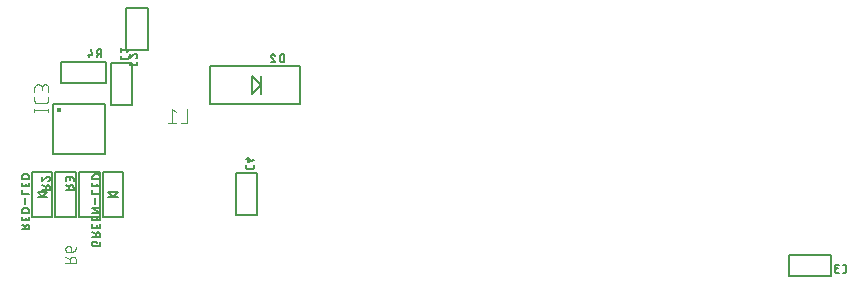
<source format=gbr>
G04 EAGLE Gerber RS-274X export*
G75*
%MOMM*%
%FSLAX34Y34*%
%LPD*%
%INSilkscreen Bottom*%
%IPPOS*%
%AMOC8*
5,1,8,0,0,1.08239X$1,22.5*%
G01*
%ADD10C,0.101600*%
%ADD11C,0.203200*%
%ADD12C,0.152400*%
%ADD13C,0.127000*%
%ADD14C,0.447213*%


D10*
X3312542Y312642D02*
X3312542Y300958D01*
X3307349Y300958D01*
X3303040Y310046D02*
X3299794Y312642D01*
X3299794Y300958D01*
X3296549Y300958D02*
X3303040Y300958D01*
X3218338Y182403D02*
X3209448Y182403D01*
X3218338Y182403D02*
X3218338Y184873D01*
X3218336Y184971D01*
X3218330Y185069D01*
X3218320Y185167D01*
X3218307Y185264D01*
X3218289Y185361D01*
X3218268Y185457D01*
X3218243Y185551D01*
X3218214Y185645D01*
X3218182Y185738D01*
X3218145Y185829D01*
X3218106Y185919D01*
X3218062Y186007D01*
X3218015Y186093D01*
X3217965Y186178D01*
X3217912Y186260D01*
X3217855Y186340D01*
X3217795Y186418D01*
X3217732Y186493D01*
X3217666Y186566D01*
X3217597Y186636D01*
X3217526Y186703D01*
X3217452Y186768D01*
X3217375Y186829D01*
X3217296Y186888D01*
X3217215Y186943D01*
X3217132Y186995D01*
X3217046Y187043D01*
X3216959Y187088D01*
X3216870Y187130D01*
X3216780Y187168D01*
X3216688Y187202D01*
X3216595Y187233D01*
X3216500Y187260D01*
X3216405Y187283D01*
X3216308Y187303D01*
X3216212Y187318D01*
X3216114Y187330D01*
X3216016Y187338D01*
X3215918Y187342D01*
X3215820Y187342D01*
X3215722Y187338D01*
X3215624Y187330D01*
X3215526Y187318D01*
X3215430Y187303D01*
X3215333Y187283D01*
X3215238Y187260D01*
X3215143Y187233D01*
X3215050Y187202D01*
X3214958Y187168D01*
X3214868Y187130D01*
X3214779Y187088D01*
X3214692Y187043D01*
X3214606Y186995D01*
X3214523Y186943D01*
X3214442Y186888D01*
X3214363Y186829D01*
X3214286Y186768D01*
X3214212Y186703D01*
X3214141Y186636D01*
X3214072Y186566D01*
X3214006Y186493D01*
X3213943Y186418D01*
X3213883Y186340D01*
X3213826Y186260D01*
X3213773Y186178D01*
X3213723Y186093D01*
X3213676Y186007D01*
X3213632Y185919D01*
X3213593Y185829D01*
X3213556Y185738D01*
X3213524Y185645D01*
X3213495Y185551D01*
X3213470Y185457D01*
X3213449Y185361D01*
X3213431Y185264D01*
X3213418Y185167D01*
X3213408Y185069D01*
X3213402Y184971D01*
X3213400Y184873D01*
X3213399Y184873D02*
X3213399Y182403D01*
X3213399Y185367D02*
X3209448Y187342D01*
X3214387Y191253D02*
X3214387Y194216D01*
X3214385Y194302D01*
X3214379Y194388D01*
X3214370Y194474D01*
X3214357Y194559D01*
X3214340Y194644D01*
X3214320Y194727D01*
X3214296Y194810D01*
X3214268Y194892D01*
X3214237Y194972D01*
X3214202Y195051D01*
X3214164Y195128D01*
X3214122Y195204D01*
X3214078Y195278D01*
X3214030Y195349D01*
X3213979Y195419D01*
X3213925Y195486D01*
X3213868Y195551D01*
X3213808Y195613D01*
X3213746Y195673D01*
X3213681Y195730D01*
X3213614Y195784D01*
X3213544Y195835D01*
X3213473Y195883D01*
X3213399Y195927D01*
X3213323Y195969D01*
X3213246Y196007D01*
X3213167Y196042D01*
X3213087Y196073D01*
X3213005Y196101D01*
X3212922Y196125D01*
X3212839Y196145D01*
X3212754Y196162D01*
X3212669Y196175D01*
X3212583Y196184D01*
X3212497Y196190D01*
X3212411Y196192D01*
X3211917Y196192D01*
X3211819Y196190D01*
X3211721Y196184D01*
X3211623Y196174D01*
X3211526Y196161D01*
X3211429Y196143D01*
X3211333Y196122D01*
X3211239Y196097D01*
X3211145Y196068D01*
X3211052Y196036D01*
X3210961Y195999D01*
X3210871Y195960D01*
X3210783Y195916D01*
X3210697Y195869D01*
X3210612Y195819D01*
X3210530Y195766D01*
X3210450Y195709D01*
X3210372Y195649D01*
X3210297Y195586D01*
X3210224Y195520D01*
X3210154Y195451D01*
X3210087Y195380D01*
X3210022Y195306D01*
X3209961Y195229D01*
X3209902Y195150D01*
X3209847Y195069D01*
X3209795Y194986D01*
X3209747Y194900D01*
X3209702Y194813D01*
X3209660Y194724D01*
X3209622Y194634D01*
X3209588Y194542D01*
X3209557Y194449D01*
X3209530Y194354D01*
X3209507Y194259D01*
X3209487Y194162D01*
X3209472Y194066D01*
X3209460Y193968D01*
X3209452Y193870D01*
X3209448Y193772D01*
X3209448Y193674D01*
X3209452Y193576D01*
X3209460Y193478D01*
X3209472Y193380D01*
X3209487Y193284D01*
X3209507Y193187D01*
X3209530Y193092D01*
X3209557Y192997D01*
X3209588Y192904D01*
X3209622Y192812D01*
X3209660Y192722D01*
X3209702Y192633D01*
X3209747Y192546D01*
X3209795Y192460D01*
X3209847Y192377D01*
X3209902Y192296D01*
X3209961Y192217D01*
X3210022Y192140D01*
X3210087Y192066D01*
X3210154Y191995D01*
X3210224Y191926D01*
X3210297Y191860D01*
X3210372Y191797D01*
X3210450Y191737D01*
X3210530Y191680D01*
X3210612Y191627D01*
X3210697Y191577D01*
X3210783Y191530D01*
X3210871Y191486D01*
X3210961Y191447D01*
X3211052Y191410D01*
X3211145Y191378D01*
X3211239Y191349D01*
X3211333Y191324D01*
X3211429Y191303D01*
X3211526Y191285D01*
X3211623Y191272D01*
X3211721Y191262D01*
X3211819Y191256D01*
X3211917Y191254D01*
X3211917Y191253D02*
X3214387Y191253D01*
X3214511Y191255D01*
X3214635Y191261D01*
X3214759Y191271D01*
X3214882Y191284D01*
X3215005Y191302D01*
X3215127Y191323D01*
X3215249Y191348D01*
X3215370Y191377D01*
X3215489Y191410D01*
X3215608Y191446D01*
X3215725Y191487D01*
X3215841Y191530D01*
X3215956Y191578D01*
X3216069Y191629D01*
X3216181Y191684D01*
X3216290Y191742D01*
X3216398Y191803D01*
X3216504Y191868D01*
X3216608Y191936D01*
X3216709Y192008D01*
X3216809Y192082D01*
X3216905Y192160D01*
X3217000Y192240D01*
X3217092Y192324D01*
X3217181Y192410D01*
X3217267Y192499D01*
X3217351Y192591D01*
X3217431Y192686D01*
X3217509Y192782D01*
X3217583Y192882D01*
X3217655Y192983D01*
X3217723Y193087D01*
X3217788Y193193D01*
X3217849Y193301D01*
X3217907Y193410D01*
X3217962Y193522D01*
X3218013Y193635D01*
X3218061Y193750D01*
X3218104Y193866D01*
X3218145Y193983D01*
X3218181Y194102D01*
X3218214Y194221D01*
X3218243Y194342D01*
X3218268Y194464D01*
X3218289Y194586D01*
X3218307Y194709D01*
X3218320Y194832D01*
X3218330Y194956D01*
X3218336Y195080D01*
X3218338Y195204D01*
D11*
X3190000Y238000D02*
X3186000Y238000D01*
X3190000Y238000D02*
X3194000Y238000D01*
X3190000Y238000D02*
X3186000Y242000D01*
X3194000Y242000D01*
X3190000Y238000D01*
X3198500Y259000D02*
X3181500Y259000D01*
X3181500Y221000D01*
X3198500Y221000D01*
X3198500Y259000D01*
D12*
X3179078Y210756D02*
X3172474Y210756D01*
X3179078Y210756D02*
X3179078Y212590D01*
X3179076Y212675D01*
X3179070Y212759D01*
X3179060Y212843D01*
X3179047Y212927D01*
X3179029Y213010D01*
X3179008Y213092D01*
X3178983Y213173D01*
X3178954Y213253D01*
X3178922Y213331D01*
X3178886Y213407D01*
X3178846Y213482D01*
X3178803Y213555D01*
X3178757Y213626D01*
X3178708Y213695D01*
X3178655Y213762D01*
X3178599Y213826D01*
X3178541Y213887D01*
X3178480Y213945D01*
X3178416Y214001D01*
X3178349Y214054D01*
X3178280Y214103D01*
X3178209Y214149D01*
X3178136Y214192D01*
X3178061Y214232D01*
X3177985Y214268D01*
X3177907Y214300D01*
X3177827Y214329D01*
X3177746Y214354D01*
X3177664Y214375D01*
X3177581Y214393D01*
X3177497Y214406D01*
X3177413Y214416D01*
X3177329Y214422D01*
X3177244Y214424D01*
X3177159Y214422D01*
X3177075Y214416D01*
X3176991Y214406D01*
X3176907Y214393D01*
X3176824Y214375D01*
X3176742Y214354D01*
X3176661Y214329D01*
X3176581Y214300D01*
X3176503Y214268D01*
X3176427Y214232D01*
X3176352Y214192D01*
X3176279Y214149D01*
X3176208Y214103D01*
X3176139Y214054D01*
X3176072Y214001D01*
X3176008Y213945D01*
X3175947Y213887D01*
X3175889Y213826D01*
X3175833Y213762D01*
X3175780Y213695D01*
X3175731Y213626D01*
X3175685Y213555D01*
X3175642Y213482D01*
X3175602Y213407D01*
X3175566Y213331D01*
X3175534Y213253D01*
X3175505Y213173D01*
X3175480Y213092D01*
X3175459Y213010D01*
X3175441Y212927D01*
X3175428Y212843D01*
X3175418Y212759D01*
X3175412Y212675D01*
X3175410Y212590D01*
X3175409Y212590D02*
X3175409Y210756D01*
X3175409Y212957D02*
X3172474Y214425D01*
X3172474Y218260D02*
X3172474Y221196D01*
X3172474Y218260D02*
X3179078Y218260D01*
X3179078Y221196D01*
X3176143Y220462D02*
X3176143Y218260D01*
X3179078Y224576D02*
X3172474Y224576D01*
X3179078Y224576D02*
X3179078Y226411D01*
X3179076Y226496D01*
X3179070Y226580D01*
X3179060Y226664D01*
X3179047Y226748D01*
X3179029Y226831D01*
X3179008Y226913D01*
X3178983Y226994D01*
X3178954Y227074D01*
X3178922Y227152D01*
X3178886Y227228D01*
X3178846Y227303D01*
X3178803Y227376D01*
X3178757Y227447D01*
X3178708Y227516D01*
X3178655Y227583D01*
X3178599Y227647D01*
X3178541Y227708D01*
X3178480Y227766D01*
X3178416Y227822D01*
X3178349Y227875D01*
X3178280Y227924D01*
X3178209Y227970D01*
X3178136Y228013D01*
X3178061Y228053D01*
X3177985Y228089D01*
X3177907Y228121D01*
X3177827Y228150D01*
X3177746Y228175D01*
X3177664Y228196D01*
X3177581Y228214D01*
X3177497Y228227D01*
X3177413Y228237D01*
X3177329Y228243D01*
X3177244Y228245D01*
X3174308Y228245D01*
X3174223Y228243D01*
X3174139Y228237D01*
X3174055Y228227D01*
X3173971Y228214D01*
X3173888Y228196D01*
X3173806Y228175D01*
X3173725Y228150D01*
X3173645Y228121D01*
X3173567Y228089D01*
X3173491Y228053D01*
X3173416Y228013D01*
X3173343Y227970D01*
X3173272Y227924D01*
X3173203Y227875D01*
X3173136Y227822D01*
X3173072Y227766D01*
X3173011Y227708D01*
X3172953Y227647D01*
X3172897Y227583D01*
X3172844Y227516D01*
X3172795Y227447D01*
X3172749Y227376D01*
X3172706Y227303D01*
X3172666Y227228D01*
X3172630Y227152D01*
X3172598Y227074D01*
X3172569Y226994D01*
X3172544Y226913D01*
X3172523Y226831D01*
X3172505Y226748D01*
X3172492Y226664D01*
X3172482Y226580D01*
X3172476Y226496D01*
X3172474Y226411D01*
X3172474Y224576D01*
X3175042Y232256D02*
X3175042Y236659D01*
X3172474Y240694D02*
X3179078Y240694D01*
X3172474Y240694D02*
X3172474Y243629D01*
X3172474Y247033D02*
X3172474Y249969D01*
X3172474Y247033D02*
X3179078Y247033D01*
X3179078Y249969D01*
X3176143Y249235D02*
X3176143Y247033D01*
X3179078Y253349D02*
X3172474Y253349D01*
X3179078Y253349D02*
X3179078Y255184D01*
X3179076Y255269D01*
X3179070Y255353D01*
X3179060Y255437D01*
X3179047Y255521D01*
X3179029Y255604D01*
X3179008Y255686D01*
X3178983Y255767D01*
X3178954Y255847D01*
X3178922Y255925D01*
X3178886Y256001D01*
X3178846Y256076D01*
X3178803Y256149D01*
X3178757Y256220D01*
X3178708Y256289D01*
X3178655Y256356D01*
X3178599Y256420D01*
X3178541Y256481D01*
X3178480Y256539D01*
X3178416Y256595D01*
X3178349Y256648D01*
X3178280Y256697D01*
X3178209Y256743D01*
X3178136Y256786D01*
X3178061Y256826D01*
X3177985Y256862D01*
X3177907Y256894D01*
X3177827Y256923D01*
X3177746Y256948D01*
X3177664Y256969D01*
X3177581Y256987D01*
X3177497Y257000D01*
X3177413Y257010D01*
X3177329Y257016D01*
X3177244Y257018D01*
X3174308Y257018D01*
X3174223Y257016D01*
X3174139Y257010D01*
X3174055Y257000D01*
X3173971Y256987D01*
X3173888Y256969D01*
X3173806Y256948D01*
X3173725Y256923D01*
X3173645Y256894D01*
X3173567Y256862D01*
X3173491Y256826D01*
X3173416Y256786D01*
X3173343Y256743D01*
X3173272Y256697D01*
X3173203Y256648D01*
X3173136Y256595D01*
X3173072Y256539D01*
X3173011Y256481D01*
X3172953Y256420D01*
X3172897Y256356D01*
X3172844Y256289D01*
X3172795Y256220D01*
X3172749Y256149D01*
X3172706Y256076D01*
X3172666Y256001D01*
X3172630Y255925D01*
X3172598Y255847D01*
X3172569Y255767D01*
X3172544Y255686D01*
X3172523Y255604D01*
X3172505Y255521D01*
X3172492Y255437D01*
X3172482Y255353D01*
X3172476Y255269D01*
X3172474Y255184D01*
X3172474Y253349D01*
D11*
X3246000Y238000D02*
X3250000Y238000D01*
X3254000Y238000D01*
X3250000Y238000D02*
X3246000Y242000D01*
X3254000Y242000D01*
X3250000Y238000D01*
X3258500Y259000D02*
X3241500Y259000D01*
X3241500Y221000D01*
X3258500Y221000D01*
X3258500Y259000D01*
D12*
X3236143Y200203D02*
X3236143Y199103D01*
X3236143Y200203D02*
X3232474Y200203D01*
X3232474Y198002D01*
X3232476Y197928D01*
X3232482Y197853D01*
X3232491Y197780D01*
X3232504Y197706D01*
X3232521Y197634D01*
X3232541Y197563D01*
X3232565Y197492D01*
X3232593Y197423D01*
X3232624Y197356D01*
X3232658Y197290D01*
X3232696Y197225D01*
X3232737Y197163D01*
X3232781Y197103D01*
X3232828Y197046D01*
X3232878Y196991D01*
X3232931Y196938D01*
X3232986Y196888D01*
X3233043Y196841D01*
X3233103Y196797D01*
X3233165Y196756D01*
X3233230Y196718D01*
X3233296Y196684D01*
X3233363Y196653D01*
X3233432Y196625D01*
X3233503Y196601D01*
X3233574Y196581D01*
X3233646Y196564D01*
X3233720Y196551D01*
X3233793Y196542D01*
X3233868Y196536D01*
X3233942Y196534D01*
X3233942Y196535D02*
X3237610Y196535D01*
X3237610Y196534D02*
X3237684Y196536D01*
X3237759Y196542D01*
X3237832Y196551D01*
X3237906Y196564D01*
X3237978Y196581D01*
X3238049Y196601D01*
X3238120Y196625D01*
X3238189Y196653D01*
X3238256Y196684D01*
X3238322Y196718D01*
X3238387Y196756D01*
X3238449Y196797D01*
X3238509Y196841D01*
X3238566Y196888D01*
X3238621Y196938D01*
X3238674Y196991D01*
X3238724Y197046D01*
X3238771Y197103D01*
X3238815Y197163D01*
X3238856Y197225D01*
X3238894Y197290D01*
X3238928Y197355D01*
X3238959Y197423D01*
X3238987Y197492D01*
X3239011Y197563D01*
X3239031Y197634D01*
X3239048Y197706D01*
X3239061Y197780D01*
X3239070Y197853D01*
X3239076Y197928D01*
X3239078Y198002D01*
X3239078Y200203D01*
X3239078Y204416D02*
X3232474Y204416D01*
X3239078Y204416D02*
X3239078Y206251D01*
X3239076Y206336D01*
X3239070Y206420D01*
X3239060Y206504D01*
X3239047Y206588D01*
X3239029Y206671D01*
X3239008Y206753D01*
X3238983Y206834D01*
X3238954Y206914D01*
X3238922Y206992D01*
X3238886Y207068D01*
X3238846Y207143D01*
X3238803Y207216D01*
X3238757Y207287D01*
X3238708Y207356D01*
X3238655Y207423D01*
X3238599Y207487D01*
X3238541Y207548D01*
X3238480Y207606D01*
X3238416Y207662D01*
X3238349Y207715D01*
X3238280Y207764D01*
X3238209Y207810D01*
X3238136Y207853D01*
X3238061Y207893D01*
X3237985Y207929D01*
X3237907Y207961D01*
X3237827Y207990D01*
X3237746Y208015D01*
X3237664Y208036D01*
X3237581Y208054D01*
X3237497Y208067D01*
X3237413Y208077D01*
X3237329Y208083D01*
X3237244Y208085D01*
X3237159Y208083D01*
X3237075Y208077D01*
X3236991Y208067D01*
X3236907Y208054D01*
X3236824Y208036D01*
X3236742Y208015D01*
X3236661Y207990D01*
X3236581Y207961D01*
X3236503Y207929D01*
X3236427Y207893D01*
X3236352Y207853D01*
X3236279Y207810D01*
X3236208Y207764D01*
X3236139Y207715D01*
X3236072Y207662D01*
X3236008Y207606D01*
X3235947Y207548D01*
X3235889Y207487D01*
X3235833Y207423D01*
X3235780Y207356D01*
X3235731Y207287D01*
X3235685Y207216D01*
X3235642Y207143D01*
X3235602Y207068D01*
X3235566Y206992D01*
X3235534Y206914D01*
X3235505Y206834D01*
X3235480Y206753D01*
X3235459Y206671D01*
X3235441Y206588D01*
X3235428Y206504D01*
X3235418Y206420D01*
X3235412Y206336D01*
X3235410Y206251D01*
X3235409Y206251D02*
X3235409Y204416D01*
X3235409Y206618D02*
X3232474Y208085D01*
X3232474Y211921D02*
X3232474Y214856D01*
X3232474Y211921D02*
X3239078Y211921D01*
X3239078Y214856D01*
X3236143Y214122D02*
X3236143Y211921D01*
X3232474Y218260D02*
X3232474Y221196D01*
X3232474Y218260D02*
X3239078Y218260D01*
X3239078Y221196D01*
X3236143Y220462D02*
X3236143Y218260D01*
X3239078Y224576D02*
X3232474Y224576D01*
X3232474Y228245D02*
X3239078Y224576D01*
X3239078Y228245D02*
X3232474Y228245D01*
X3235042Y232256D02*
X3235042Y236659D01*
X3232474Y240694D02*
X3239078Y240694D01*
X3232474Y240694D02*
X3232474Y243629D01*
X3232474Y247033D02*
X3232474Y249969D01*
X3232474Y247033D02*
X3239078Y247033D01*
X3239078Y249969D01*
X3236143Y249235D02*
X3236143Y247033D01*
X3239078Y253349D02*
X3232474Y253349D01*
X3239078Y253349D02*
X3239078Y255184D01*
X3239076Y255269D01*
X3239070Y255353D01*
X3239060Y255437D01*
X3239047Y255521D01*
X3239029Y255604D01*
X3239008Y255686D01*
X3238983Y255767D01*
X3238954Y255847D01*
X3238922Y255925D01*
X3238886Y256001D01*
X3238846Y256076D01*
X3238803Y256149D01*
X3238757Y256220D01*
X3238708Y256289D01*
X3238655Y256356D01*
X3238599Y256420D01*
X3238541Y256481D01*
X3238480Y256539D01*
X3238416Y256595D01*
X3238349Y256648D01*
X3238280Y256697D01*
X3238209Y256743D01*
X3238136Y256786D01*
X3238061Y256826D01*
X3237985Y256862D01*
X3237907Y256894D01*
X3237827Y256923D01*
X3237746Y256948D01*
X3237664Y256969D01*
X3237581Y256987D01*
X3237497Y257000D01*
X3237413Y257010D01*
X3237329Y257016D01*
X3237244Y257018D01*
X3234308Y257018D01*
X3234223Y257016D01*
X3234139Y257010D01*
X3234055Y257000D01*
X3233971Y256987D01*
X3233888Y256969D01*
X3233806Y256948D01*
X3233725Y256923D01*
X3233645Y256894D01*
X3233567Y256862D01*
X3233491Y256826D01*
X3233416Y256786D01*
X3233343Y256743D01*
X3233272Y256697D01*
X3233203Y256648D01*
X3233136Y256595D01*
X3233072Y256539D01*
X3233011Y256481D01*
X3232953Y256420D01*
X3232897Y256356D01*
X3232844Y256289D01*
X3232795Y256220D01*
X3232749Y256149D01*
X3232706Y256076D01*
X3232666Y256001D01*
X3232630Y255925D01*
X3232598Y255847D01*
X3232569Y255767D01*
X3232544Y255686D01*
X3232523Y255604D01*
X3232505Y255521D01*
X3232492Y255437D01*
X3232482Y255353D01*
X3232476Y255269D01*
X3232474Y255184D01*
X3232474Y253349D01*
D11*
X3201110Y259050D02*
X3201110Y220950D01*
X3218890Y220950D01*
X3218890Y259050D01*
X3201110Y259050D01*
D12*
X3196538Y244208D02*
X3189934Y244208D01*
X3196538Y244208D02*
X3196538Y246042D01*
X3196536Y246127D01*
X3196530Y246211D01*
X3196520Y246295D01*
X3196507Y246379D01*
X3196489Y246462D01*
X3196468Y246544D01*
X3196443Y246625D01*
X3196414Y246705D01*
X3196382Y246783D01*
X3196346Y246859D01*
X3196306Y246934D01*
X3196263Y247007D01*
X3196217Y247078D01*
X3196168Y247147D01*
X3196115Y247214D01*
X3196059Y247278D01*
X3196001Y247339D01*
X3195940Y247397D01*
X3195876Y247453D01*
X3195809Y247506D01*
X3195740Y247555D01*
X3195669Y247601D01*
X3195596Y247644D01*
X3195521Y247684D01*
X3195445Y247720D01*
X3195367Y247752D01*
X3195287Y247781D01*
X3195206Y247806D01*
X3195124Y247827D01*
X3195041Y247845D01*
X3194957Y247858D01*
X3194873Y247868D01*
X3194789Y247874D01*
X3194704Y247876D01*
X3194619Y247874D01*
X3194535Y247868D01*
X3194451Y247858D01*
X3194367Y247845D01*
X3194284Y247827D01*
X3194202Y247806D01*
X3194121Y247781D01*
X3194041Y247752D01*
X3193963Y247720D01*
X3193887Y247684D01*
X3193812Y247644D01*
X3193739Y247601D01*
X3193668Y247555D01*
X3193599Y247506D01*
X3193532Y247453D01*
X3193468Y247397D01*
X3193407Y247339D01*
X3193349Y247278D01*
X3193293Y247214D01*
X3193240Y247147D01*
X3193191Y247078D01*
X3193145Y247007D01*
X3193102Y246934D01*
X3193062Y246859D01*
X3193026Y246783D01*
X3192994Y246705D01*
X3192965Y246625D01*
X3192940Y246544D01*
X3192919Y246462D01*
X3192901Y246379D01*
X3192888Y246295D01*
X3192878Y246211D01*
X3192872Y246127D01*
X3192870Y246042D01*
X3192869Y246042D02*
X3192869Y244208D01*
X3192869Y246409D02*
X3189934Y247877D01*
X3196538Y253462D02*
X3196536Y253541D01*
X3196531Y253619D01*
X3196521Y253697D01*
X3196508Y253774D01*
X3196491Y253851D01*
X3196471Y253927D01*
X3196447Y254002D01*
X3196420Y254076D01*
X3196389Y254148D01*
X3196354Y254219D01*
X3196317Y254288D01*
X3196276Y254355D01*
X3196232Y254420D01*
X3196185Y254483D01*
X3196135Y254543D01*
X3196082Y254601D01*
X3196026Y254657D01*
X3195968Y254710D01*
X3195908Y254760D01*
X3195845Y254807D01*
X3195780Y254851D01*
X3195713Y254892D01*
X3195644Y254929D01*
X3195573Y254964D01*
X3195501Y254995D01*
X3195427Y255022D01*
X3195352Y255046D01*
X3195276Y255066D01*
X3195199Y255083D01*
X3195122Y255096D01*
X3195044Y255106D01*
X3194966Y255111D01*
X3194887Y255113D01*
X3196538Y253462D02*
X3196536Y253373D01*
X3196531Y253284D01*
X3196521Y253196D01*
X3196508Y253108D01*
X3196492Y253021D01*
X3196471Y252934D01*
X3196447Y252849D01*
X3196420Y252764D01*
X3196389Y252681D01*
X3196354Y252599D01*
X3196316Y252518D01*
X3196275Y252439D01*
X3196231Y252363D01*
X3196183Y252287D01*
X3196132Y252214D01*
X3196079Y252144D01*
X3196022Y252075D01*
X3195962Y252009D01*
X3195900Y251946D01*
X3195835Y251885D01*
X3195768Y251827D01*
X3195698Y251772D01*
X3195626Y251719D01*
X3195552Y251670D01*
X3195476Y251624D01*
X3195398Y251582D01*
X3195318Y251542D01*
X3195237Y251506D01*
X3195154Y251473D01*
X3195070Y251444D01*
X3193603Y254563D02*
X3193659Y254619D01*
X3193718Y254673D01*
X3193779Y254724D01*
X3193843Y254773D01*
X3193908Y254818D01*
X3193976Y254861D01*
X3194045Y254900D01*
X3194116Y254937D01*
X3194189Y254970D01*
X3194263Y254999D01*
X3194338Y255026D01*
X3194414Y255049D01*
X3194492Y255068D01*
X3194570Y255084D01*
X3194648Y255097D01*
X3194728Y255106D01*
X3194807Y255111D01*
X3194887Y255113D01*
X3193603Y254563D02*
X3189934Y251444D01*
X3189934Y255113D01*
D11*
X3221110Y259050D02*
X3221110Y220950D01*
X3238890Y220950D01*
X3238890Y259050D01*
X3221110Y259050D01*
D12*
X3216538Y244208D02*
X3209934Y244208D01*
X3216538Y244208D02*
X3216538Y246042D01*
X3216536Y246127D01*
X3216530Y246211D01*
X3216520Y246295D01*
X3216507Y246379D01*
X3216489Y246462D01*
X3216468Y246544D01*
X3216443Y246625D01*
X3216414Y246705D01*
X3216382Y246783D01*
X3216346Y246859D01*
X3216306Y246934D01*
X3216263Y247007D01*
X3216217Y247078D01*
X3216168Y247147D01*
X3216115Y247214D01*
X3216059Y247278D01*
X3216001Y247339D01*
X3215940Y247397D01*
X3215876Y247453D01*
X3215809Y247506D01*
X3215740Y247555D01*
X3215669Y247601D01*
X3215596Y247644D01*
X3215521Y247684D01*
X3215445Y247720D01*
X3215367Y247752D01*
X3215287Y247781D01*
X3215206Y247806D01*
X3215124Y247827D01*
X3215041Y247845D01*
X3214957Y247858D01*
X3214873Y247868D01*
X3214789Y247874D01*
X3214704Y247876D01*
X3214619Y247874D01*
X3214535Y247868D01*
X3214451Y247858D01*
X3214367Y247845D01*
X3214284Y247827D01*
X3214202Y247806D01*
X3214121Y247781D01*
X3214041Y247752D01*
X3213963Y247720D01*
X3213887Y247684D01*
X3213812Y247644D01*
X3213739Y247601D01*
X3213668Y247555D01*
X3213599Y247506D01*
X3213532Y247453D01*
X3213468Y247397D01*
X3213407Y247339D01*
X3213349Y247278D01*
X3213293Y247214D01*
X3213240Y247147D01*
X3213191Y247078D01*
X3213145Y247007D01*
X3213102Y246934D01*
X3213062Y246859D01*
X3213026Y246783D01*
X3212994Y246705D01*
X3212965Y246625D01*
X3212940Y246544D01*
X3212919Y246462D01*
X3212901Y246379D01*
X3212888Y246295D01*
X3212878Y246211D01*
X3212872Y246127D01*
X3212870Y246042D01*
X3212869Y246042D02*
X3212869Y244208D01*
X3212869Y246409D02*
X3209934Y247877D01*
X3209934Y251444D02*
X3209934Y253279D01*
X3209936Y253364D01*
X3209942Y253448D01*
X3209952Y253532D01*
X3209965Y253616D01*
X3209983Y253699D01*
X3210004Y253781D01*
X3210029Y253862D01*
X3210058Y253942D01*
X3210090Y254020D01*
X3210126Y254096D01*
X3210166Y254171D01*
X3210209Y254244D01*
X3210255Y254315D01*
X3210304Y254384D01*
X3210357Y254451D01*
X3210413Y254515D01*
X3210471Y254576D01*
X3210532Y254634D01*
X3210596Y254690D01*
X3210663Y254743D01*
X3210732Y254792D01*
X3210803Y254838D01*
X3210876Y254881D01*
X3210951Y254921D01*
X3211027Y254957D01*
X3211105Y254989D01*
X3211185Y255018D01*
X3211266Y255043D01*
X3211348Y255064D01*
X3211431Y255082D01*
X3211515Y255095D01*
X3211599Y255105D01*
X3211683Y255111D01*
X3211768Y255113D01*
X3211853Y255111D01*
X3211937Y255105D01*
X3212021Y255095D01*
X3212105Y255082D01*
X3212188Y255064D01*
X3212270Y255043D01*
X3212351Y255018D01*
X3212431Y254989D01*
X3212509Y254957D01*
X3212585Y254921D01*
X3212660Y254881D01*
X3212733Y254838D01*
X3212804Y254792D01*
X3212873Y254743D01*
X3212940Y254690D01*
X3213004Y254634D01*
X3213065Y254576D01*
X3213123Y254515D01*
X3213179Y254451D01*
X3213232Y254384D01*
X3213281Y254315D01*
X3213327Y254244D01*
X3213370Y254171D01*
X3213410Y254096D01*
X3213446Y254020D01*
X3213478Y253942D01*
X3213507Y253862D01*
X3213532Y253781D01*
X3213553Y253699D01*
X3213571Y253616D01*
X3213584Y253532D01*
X3213594Y253448D01*
X3213600Y253364D01*
X3213602Y253279D01*
X3216538Y253645D02*
X3216538Y251444D01*
X3216538Y253645D02*
X3216536Y253721D01*
X3216530Y253796D01*
X3216521Y253871D01*
X3216507Y253945D01*
X3216490Y254019D01*
X3216468Y254091D01*
X3216444Y254163D01*
X3216415Y254233D01*
X3216383Y254301D01*
X3216348Y254368D01*
X3216309Y254433D01*
X3216266Y254496D01*
X3216221Y254556D01*
X3216173Y254614D01*
X3216121Y254670D01*
X3216067Y254722D01*
X3216010Y254772D01*
X3215951Y254819D01*
X3215890Y254863D01*
X3215826Y254904D01*
X3215760Y254941D01*
X3215692Y254975D01*
X3215623Y255005D01*
X3215552Y255032D01*
X3215480Y255055D01*
X3215407Y255074D01*
X3215333Y255089D01*
X3215258Y255101D01*
X3215183Y255109D01*
X3215108Y255113D01*
X3215032Y255113D01*
X3214957Y255109D01*
X3214882Y255101D01*
X3214807Y255089D01*
X3214733Y255074D01*
X3214660Y255055D01*
X3214588Y255032D01*
X3214517Y255005D01*
X3214448Y254975D01*
X3214380Y254941D01*
X3214314Y254904D01*
X3214250Y254863D01*
X3214189Y254819D01*
X3214130Y254772D01*
X3214073Y254722D01*
X3214019Y254670D01*
X3213967Y254614D01*
X3213919Y254556D01*
X3213874Y254496D01*
X3213831Y254433D01*
X3213792Y254368D01*
X3213757Y254301D01*
X3213725Y254233D01*
X3213696Y254163D01*
X3213672Y254091D01*
X3213650Y254019D01*
X3213633Y253945D01*
X3213619Y253871D01*
X3213610Y253796D01*
X3213604Y253721D01*
X3213602Y253645D01*
X3213603Y253645D02*
X3213603Y252178D01*
D11*
X3205450Y351790D02*
X3243550Y351790D01*
X3205450Y351790D02*
X3205450Y334010D01*
X3243550Y334010D01*
X3243550Y351790D01*
D12*
X3239613Y356362D02*
X3239613Y362966D01*
X3237779Y362966D01*
X3237694Y362964D01*
X3237610Y362958D01*
X3237526Y362948D01*
X3237442Y362935D01*
X3237359Y362917D01*
X3237277Y362896D01*
X3237196Y362871D01*
X3237116Y362842D01*
X3237038Y362810D01*
X3236962Y362774D01*
X3236887Y362734D01*
X3236814Y362691D01*
X3236743Y362645D01*
X3236674Y362596D01*
X3236607Y362543D01*
X3236543Y362487D01*
X3236482Y362429D01*
X3236424Y362368D01*
X3236368Y362304D01*
X3236315Y362237D01*
X3236266Y362168D01*
X3236220Y362097D01*
X3236177Y362024D01*
X3236137Y361949D01*
X3236101Y361873D01*
X3236069Y361795D01*
X3236040Y361715D01*
X3236015Y361634D01*
X3235994Y361552D01*
X3235976Y361469D01*
X3235963Y361385D01*
X3235953Y361301D01*
X3235947Y361217D01*
X3235945Y361132D01*
X3235947Y361047D01*
X3235953Y360963D01*
X3235963Y360879D01*
X3235976Y360795D01*
X3235994Y360712D01*
X3236015Y360630D01*
X3236040Y360549D01*
X3236069Y360469D01*
X3236101Y360391D01*
X3236137Y360315D01*
X3236177Y360240D01*
X3236220Y360167D01*
X3236266Y360096D01*
X3236315Y360027D01*
X3236368Y359960D01*
X3236424Y359896D01*
X3236482Y359835D01*
X3236543Y359777D01*
X3236607Y359721D01*
X3236674Y359668D01*
X3236743Y359619D01*
X3236814Y359573D01*
X3236887Y359530D01*
X3236962Y359490D01*
X3237038Y359454D01*
X3237116Y359422D01*
X3237196Y359393D01*
X3237277Y359368D01*
X3237359Y359347D01*
X3237442Y359329D01*
X3237526Y359316D01*
X3237610Y359306D01*
X3237694Y359300D01*
X3237779Y359298D01*
X3237779Y359297D02*
X3239613Y359297D01*
X3237412Y359297D02*
X3235944Y356362D01*
X3232377Y357830D02*
X3230909Y362966D01*
X3232377Y357830D02*
X3228708Y357830D01*
X3229808Y359297D02*
X3229808Y356362D01*
D11*
X3248100Y351600D02*
X3266100Y351600D01*
X3248100Y351600D02*
X3248100Y315600D01*
X3266100Y315600D01*
X3266100Y351600D01*
D12*
X3256592Y356150D02*
X3256592Y357617D01*
X3256592Y356150D02*
X3256594Y356076D01*
X3256600Y356001D01*
X3256609Y355928D01*
X3256622Y355854D01*
X3256639Y355782D01*
X3256659Y355711D01*
X3256683Y355640D01*
X3256711Y355571D01*
X3256742Y355504D01*
X3256776Y355438D01*
X3256814Y355373D01*
X3256855Y355311D01*
X3256899Y355251D01*
X3256946Y355194D01*
X3256996Y355139D01*
X3257049Y355086D01*
X3257104Y355036D01*
X3257161Y354989D01*
X3257221Y354945D01*
X3257283Y354904D01*
X3257348Y354866D01*
X3257414Y354832D01*
X3257481Y354801D01*
X3257550Y354773D01*
X3257621Y354749D01*
X3257692Y354729D01*
X3257764Y354712D01*
X3257838Y354699D01*
X3257911Y354690D01*
X3257986Y354684D01*
X3258060Y354682D01*
X3261728Y354682D01*
X3261802Y354684D01*
X3261877Y354690D01*
X3261950Y354699D01*
X3262024Y354712D01*
X3262096Y354729D01*
X3262167Y354749D01*
X3262238Y354773D01*
X3262307Y354801D01*
X3262374Y354832D01*
X3262440Y354866D01*
X3262505Y354904D01*
X3262567Y354945D01*
X3262627Y354989D01*
X3262684Y355036D01*
X3262739Y355086D01*
X3262792Y355139D01*
X3262842Y355194D01*
X3262889Y355251D01*
X3262933Y355311D01*
X3262974Y355373D01*
X3263012Y355438D01*
X3263046Y355503D01*
X3263077Y355571D01*
X3263105Y355640D01*
X3263129Y355711D01*
X3263149Y355782D01*
X3263166Y355854D01*
X3263179Y355928D01*
X3263188Y356001D01*
X3263194Y356076D01*
X3263196Y356150D01*
X3263196Y357617D01*
X3261728Y360814D02*
X3263196Y362648D01*
X3256592Y362648D01*
X3256592Y360814D02*
X3256592Y364482D01*
D11*
X3261100Y362200D02*
X3279100Y362200D01*
X3279100Y398200D01*
X3261100Y398200D01*
X3261100Y362200D01*
D12*
X3264004Y352253D02*
X3264004Y350785D01*
X3264006Y350711D01*
X3264012Y350636D01*
X3264021Y350563D01*
X3264034Y350489D01*
X3264051Y350417D01*
X3264071Y350346D01*
X3264095Y350275D01*
X3264123Y350206D01*
X3264154Y350139D01*
X3264188Y350073D01*
X3264226Y350008D01*
X3264267Y349946D01*
X3264311Y349886D01*
X3264358Y349829D01*
X3264408Y349774D01*
X3264461Y349721D01*
X3264516Y349671D01*
X3264573Y349624D01*
X3264633Y349580D01*
X3264695Y349539D01*
X3264760Y349501D01*
X3264826Y349467D01*
X3264893Y349436D01*
X3264962Y349408D01*
X3265033Y349384D01*
X3265104Y349364D01*
X3265176Y349347D01*
X3265250Y349334D01*
X3265323Y349325D01*
X3265398Y349319D01*
X3265472Y349317D01*
X3265472Y349318D02*
X3269140Y349318D01*
X3269140Y349317D02*
X3269214Y349319D01*
X3269289Y349325D01*
X3269362Y349334D01*
X3269436Y349347D01*
X3269508Y349364D01*
X3269579Y349384D01*
X3269650Y349408D01*
X3269719Y349436D01*
X3269786Y349467D01*
X3269852Y349501D01*
X3269917Y349539D01*
X3269979Y349580D01*
X3270039Y349624D01*
X3270096Y349671D01*
X3270151Y349721D01*
X3270204Y349774D01*
X3270254Y349829D01*
X3270301Y349886D01*
X3270345Y349946D01*
X3270386Y350008D01*
X3270424Y350073D01*
X3270458Y350138D01*
X3270489Y350206D01*
X3270517Y350275D01*
X3270541Y350346D01*
X3270561Y350417D01*
X3270578Y350489D01*
X3270591Y350563D01*
X3270600Y350636D01*
X3270606Y350711D01*
X3270608Y350785D01*
X3270608Y352253D01*
X3270608Y357467D02*
X3270606Y357546D01*
X3270601Y357624D01*
X3270591Y357702D01*
X3270578Y357779D01*
X3270561Y357856D01*
X3270541Y357932D01*
X3270517Y358007D01*
X3270490Y358081D01*
X3270459Y358153D01*
X3270424Y358224D01*
X3270387Y358293D01*
X3270346Y358360D01*
X3270302Y358425D01*
X3270255Y358488D01*
X3270205Y358548D01*
X3270152Y358606D01*
X3270096Y358662D01*
X3270038Y358715D01*
X3269978Y358765D01*
X3269915Y358812D01*
X3269850Y358856D01*
X3269783Y358897D01*
X3269714Y358934D01*
X3269643Y358969D01*
X3269571Y359000D01*
X3269497Y359027D01*
X3269422Y359051D01*
X3269346Y359071D01*
X3269269Y359088D01*
X3269192Y359101D01*
X3269114Y359111D01*
X3269036Y359116D01*
X3268957Y359118D01*
X3270608Y357467D02*
X3270606Y357378D01*
X3270601Y357289D01*
X3270591Y357201D01*
X3270578Y357113D01*
X3270562Y357026D01*
X3270541Y356939D01*
X3270517Y356854D01*
X3270490Y356769D01*
X3270459Y356686D01*
X3270424Y356604D01*
X3270386Y356523D01*
X3270345Y356444D01*
X3270301Y356368D01*
X3270253Y356292D01*
X3270202Y356219D01*
X3270149Y356149D01*
X3270092Y356080D01*
X3270032Y356014D01*
X3269970Y355951D01*
X3269905Y355890D01*
X3269838Y355832D01*
X3269768Y355777D01*
X3269696Y355724D01*
X3269622Y355675D01*
X3269546Y355629D01*
X3269468Y355587D01*
X3269388Y355547D01*
X3269307Y355511D01*
X3269224Y355478D01*
X3269140Y355449D01*
X3267673Y358568D02*
X3267729Y358624D01*
X3267788Y358678D01*
X3267849Y358729D01*
X3267913Y358778D01*
X3267978Y358823D01*
X3268046Y358866D01*
X3268115Y358905D01*
X3268186Y358942D01*
X3268259Y358975D01*
X3268333Y359004D01*
X3268408Y359031D01*
X3268484Y359054D01*
X3268562Y359073D01*
X3268640Y359089D01*
X3268718Y359102D01*
X3268798Y359111D01*
X3268877Y359116D01*
X3268957Y359118D01*
X3267673Y358568D02*
X3264004Y355449D01*
X3264004Y359118D01*
D11*
X3858000Y189000D02*
X3858000Y171000D01*
X3858000Y189000D02*
X3822000Y189000D01*
X3822000Y171000D01*
X3858000Y171000D01*
D12*
X3867947Y173904D02*
X3869415Y173904D01*
X3869489Y173906D01*
X3869564Y173912D01*
X3869637Y173921D01*
X3869711Y173934D01*
X3869783Y173951D01*
X3869854Y173971D01*
X3869925Y173995D01*
X3869994Y174023D01*
X3870062Y174054D01*
X3870127Y174088D01*
X3870192Y174126D01*
X3870254Y174167D01*
X3870314Y174211D01*
X3870371Y174258D01*
X3870426Y174308D01*
X3870479Y174361D01*
X3870529Y174416D01*
X3870576Y174473D01*
X3870620Y174533D01*
X3870661Y174595D01*
X3870699Y174660D01*
X3870733Y174726D01*
X3870764Y174793D01*
X3870792Y174862D01*
X3870816Y174933D01*
X3870836Y175004D01*
X3870853Y175077D01*
X3870866Y175150D01*
X3870875Y175224D01*
X3870881Y175298D01*
X3870883Y175372D01*
X3870882Y175372D02*
X3870882Y179040D01*
X3870883Y179040D02*
X3870881Y179114D01*
X3870875Y179189D01*
X3870866Y179262D01*
X3870853Y179335D01*
X3870836Y179408D01*
X3870816Y179479D01*
X3870792Y179550D01*
X3870764Y179619D01*
X3870733Y179686D01*
X3870699Y179752D01*
X3870661Y179817D01*
X3870620Y179879D01*
X3870576Y179939D01*
X3870529Y179996D01*
X3870479Y180051D01*
X3870426Y180104D01*
X3870371Y180154D01*
X3870314Y180201D01*
X3870254Y180245D01*
X3870192Y180286D01*
X3870127Y180324D01*
X3870062Y180358D01*
X3869994Y180389D01*
X3869925Y180417D01*
X3869855Y180441D01*
X3869783Y180461D01*
X3869711Y180478D01*
X3869637Y180491D01*
X3869564Y180500D01*
X3869489Y180506D01*
X3869415Y180508D01*
X3867947Y180508D01*
X3864751Y173904D02*
X3862916Y173904D01*
X3862831Y173906D01*
X3862747Y173912D01*
X3862663Y173922D01*
X3862579Y173935D01*
X3862496Y173953D01*
X3862414Y173974D01*
X3862333Y173999D01*
X3862253Y174028D01*
X3862175Y174060D01*
X3862099Y174096D01*
X3862024Y174136D01*
X3861951Y174179D01*
X3861880Y174225D01*
X3861811Y174274D01*
X3861744Y174327D01*
X3861680Y174383D01*
X3861619Y174441D01*
X3861561Y174502D01*
X3861505Y174566D01*
X3861452Y174633D01*
X3861403Y174702D01*
X3861357Y174773D01*
X3861314Y174846D01*
X3861274Y174921D01*
X3861238Y174997D01*
X3861206Y175075D01*
X3861177Y175155D01*
X3861152Y175236D01*
X3861131Y175318D01*
X3861113Y175401D01*
X3861100Y175485D01*
X3861090Y175569D01*
X3861084Y175653D01*
X3861082Y175738D01*
X3861084Y175823D01*
X3861090Y175907D01*
X3861100Y175991D01*
X3861113Y176075D01*
X3861131Y176158D01*
X3861152Y176240D01*
X3861177Y176321D01*
X3861206Y176401D01*
X3861238Y176479D01*
X3861274Y176555D01*
X3861314Y176630D01*
X3861357Y176703D01*
X3861403Y176774D01*
X3861452Y176843D01*
X3861505Y176910D01*
X3861561Y176974D01*
X3861619Y177035D01*
X3861680Y177093D01*
X3861744Y177149D01*
X3861811Y177202D01*
X3861880Y177251D01*
X3861951Y177297D01*
X3862024Y177340D01*
X3862099Y177380D01*
X3862175Y177416D01*
X3862253Y177448D01*
X3862333Y177477D01*
X3862414Y177502D01*
X3862496Y177523D01*
X3862579Y177541D01*
X3862663Y177554D01*
X3862747Y177564D01*
X3862831Y177570D01*
X3862916Y177572D01*
X3862550Y180508D02*
X3864751Y180508D01*
X3862550Y180508D02*
X3862474Y180506D01*
X3862399Y180500D01*
X3862324Y180491D01*
X3862250Y180477D01*
X3862176Y180460D01*
X3862104Y180438D01*
X3862032Y180414D01*
X3861962Y180385D01*
X3861894Y180353D01*
X3861827Y180318D01*
X3861762Y180279D01*
X3861699Y180236D01*
X3861639Y180191D01*
X3861581Y180143D01*
X3861525Y180091D01*
X3861473Y180037D01*
X3861423Y179980D01*
X3861376Y179921D01*
X3861332Y179860D01*
X3861291Y179796D01*
X3861254Y179730D01*
X3861220Y179662D01*
X3861190Y179593D01*
X3861163Y179522D01*
X3861140Y179450D01*
X3861121Y179377D01*
X3861106Y179303D01*
X3861094Y179228D01*
X3861086Y179153D01*
X3861082Y179078D01*
X3861082Y179002D01*
X3861086Y178927D01*
X3861094Y178852D01*
X3861106Y178777D01*
X3861121Y178703D01*
X3861140Y178630D01*
X3861163Y178558D01*
X3861190Y178487D01*
X3861220Y178418D01*
X3861254Y178350D01*
X3861291Y178284D01*
X3861332Y178220D01*
X3861376Y178159D01*
X3861423Y178100D01*
X3861473Y178043D01*
X3861525Y177989D01*
X3861581Y177937D01*
X3861639Y177889D01*
X3861699Y177844D01*
X3861762Y177801D01*
X3861827Y177762D01*
X3861894Y177727D01*
X3861962Y177695D01*
X3862032Y177666D01*
X3862104Y177642D01*
X3862176Y177620D01*
X3862250Y177603D01*
X3862324Y177589D01*
X3862399Y177580D01*
X3862474Y177574D01*
X3862550Y177572D01*
X3862550Y177573D02*
X3864017Y177573D01*
D11*
X3372200Y258600D02*
X3354200Y258600D01*
X3354200Y222600D01*
X3372200Y222600D01*
X3372200Y258600D01*
D12*
X3362692Y263150D02*
X3362692Y264617D01*
X3362692Y263150D02*
X3362694Y263076D01*
X3362700Y263001D01*
X3362709Y262928D01*
X3362722Y262854D01*
X3362739Y262782D01*
X3362759Y262711D01*
X3362783Y262640D01*
X3362811Y262571D01*
X3362842Y262504D01*
X3362876Y262438D01*
X3362914Y262373D01*
X3362955Y262311D01*
X3362999Y262251D01*
X3363046Y262194D01*
X3363096Y262139D01*
X3363149Y262086D01*
X3363204Y262036D01*
X3363261Y261989D01*
X3363321Y261945D01*
X3363383Y261904D01*
X3363448Y261866D01*
X3363514Y261832D01*
X3363581Y261801D01*
X3363650Y261773D01*
X3363721Y261749D01*
X3363792Y261729D01*
X3363864Y261712D01*
X3363938Y261699D01*
X3364011Y261690D01*
X3364086Y261684D01*
X3364160Y261682D01*
X3367828Y261682D01*
X3367902Y261684D01*
X3367977Y261690D01*
X3368050Y261699D01*
X3368124Y261712D01*
X3368196Y261729D01*
X3368267Y261749D01*
X3368338Y261773D01*
X3368407Y261801D01*
X3368474Y261832D01*
X3368540Y261866D01*
X3368605Y261904D01*
X3368667Y261945D01*
X3368727Y261989D01*
X3368784Y262036D01*
X3368839Y262086D01*
X3368892Y262139D01*
X3368942Y262194D01*
X3368989Y262251D01*
X3369033Y262311D01*
X3369074Y262373D01*
X3369112Y262438D01*
X3369146Y262503D01*
X3369177Y262571D01*
X3369205Y262640D01*
X3369229Y262711D01*
X3369249Y262782D01*
X3369266Y262854D01*
X3369279Y262928D01*
X3369288Y263001D01*
X3369294Y263076D01*
X3369296Y263150D01*
X3369296Y264617D01*
X3369296Y269281D02*
X3364160Y267814D01*
X3364160Y271482D01*
X3365627Y270382D02*
X3362692Y270382D01*
D13*
X3408190Y318560D02*
X3408190Y321040D01*
D11*
X3408190Y348500D01*
X3332140Y348500D01*
X3332140Y346440D01*
D13*
X3332140Y345865D01*
D11*
X3332140Y346440D02*
X3332140Y316500D01*
X3408190Y316500D01*
X3408190Y321040D01*
X3367760Y324880D02*
X3367760Y340120D01*
X3375380Y332500D02*
X3367760Y324880D01*
X3375380Y332500D02*
X3367760Y340120D01*
X3375380Y340120D02*
X3375380Y332500D01*
X3375380Y324880D01*
D12*
X3394938Y352312D02*
X3394938Y358916D01*
X3393104Y358916D01*
X3393019Y358914D01*
X3392935Y358908D01*
X3392851Y358898D01*
X3392767Y358885D01*
X3392684Y358867D01*
X3392602Y358846D01*
X3392521Y358821D01*
X3392441Y358792D01*
X3392363Y358760D01*
X3392287Y358724D01*
X3392212Y358684D01*
X3392139Y358641D01*
X3392068Y358595D01*
X3391999Y358546D01*
X3391932Y358493D01*
X3391868Y358437D01*
X3391807Y358379D01*
X3391749Y358318D01*
X3391693Y358254D01*
X3391640Y358187D01*
X3391591Y358118D01*
X3391545Y358047D01*
X3391502Y357974D01*
X3391462Y357899D01*
X3391426Y357823D01*
X3391394Y357745D01*
X3391365Y357665D01*
X3391340Y357584D01*
X3391319Y357502D01*
X3391301Y357419D01*
X3391288Y357335D01*
X3391278Y357251D01*
X3391272Y357167D01*
X3391270Y357082D01*
X3391269Y357082D02*
X3391269Y354146D01*
X3391270Y354146D02*
X3391272Y354061D01*
X3391278Y353977D01*
X3391288Y353893D01*
X3391301Y353809D01*
X3391319Y353726D01*
X3391340Y353644D01*
X3391365Y353563D01*
X3391394Y353483D01*
X3391426Y353405D01*
X3391462Y353329D01*
X3391502Y353254D01*
X3391545Y353181D01*
X3391591Y353110D01*
X3391640Y353041D01*
X3391693Y352974D01*
X3391749Y352910D01*
X3391807Y352849D01*
X3391868Y352791D01*
X3391932Y352735D01*
X3391999Y352682D01*
X3392068Y352633D01*
X3392139Y352587D01*
X3392212Y352544D01*
X3392287Y352504D01*
X3392363Y352468D01*
X3392441Y352436D01*
X3392521Y352407D01*
X3392602Y352382D01*
X3392684Y352361D01*
X3392767Y352343D01*
X3392851Y352330D01*
X3392935Y352320D01*
X3393019Y352314D01*
X3393104Y352312D01*
X3394938Y352312D01*
X3385361Y358916D02*
X3385282Y358914D01*
X3385204Y358909D01*
X3385126Y358899D01*
X3385049Y358886D01*
X3384972Y358869D01*
X3384896Y358849D01*
X3384821Y358825D01*
X3384747Y358798D01*
X3384675Y358767D01*
X3384604Y358732D01*
X3384536Y358695D01*
X3384468Y358654D01*
X3384403Y358610D01*
X3384340Y358563D01*
X3384280Y358513D01*
X3384222Y358460D01*
X3384166Y358404D01*
X3384113Y358346D01*
X3384063Y358286D01*
X3384016Y358223D01*
X3383972Y358158D01*
X3383931Y358091D01*
X3383894Y358022D01*
X3383859Y357951D01*
X3383828Y357879D01*
X3383801Y357805D01*
X3383777Y357730D01*
X3383757Y357654D01*
X3383740Y357577D01*
X3383727Y357500D01*
X3383717Y357422D01*
X3383712Y357344D01*
X3383710Y357265D01*
X3385361Y358916D02*
X3385450Y358914D01*
X3385539Y358909D01*
X3385627Y358899D01*
X3385715Y358886D01*
X3385802Y358870D01*
X3385889Y358849D01*
X3385974Y358825D01*
X3386059Y358798D01*
X3386142Y358767D01*
X3386224Y358732D01*
X3386305Y358694D01*
X3386384Y358653D01*
X3386460Y358609D01*
X3386536Y358561D01*
X3386609Y358510D01*
X3386679Y358457D01*
X3386748Y358400D01*
X3386814Y358340D01*
X3386877Y358278D01*
X3386938Y358213D01*
X3386996Y358146D01*
X3387051Y358076D01*
X3387104Y358004D01*
X3387153Y357930D01*
X3387199Y357854D01*
X3387241Y357776D01*
X3387281Y357696D01*
X3387317Y357615D01*
X3387350Y357532D01*
X3387379Y357448D01*
X3384260Y355981D02*
X3384204Y356037D01*
X3384150Y356096D01*
X3384099Y356157D01*
X3384050Y356221D01*
X3384005Y356286D01*
X3383962Y356354D01*
X3383923Y356423D01*
X3383886Y356494D01*
X3383853Y356567D01*
X3383824Y356641D01*
X3383797Y356716D01*
X3383774Y356792D01*
X3383755Y356870D01*
X3383739Y356948D01*
X3383726Y357026D01*
X3383717Y357106D01*
X3383712Y357185D01*
X3383710Y357265D01*
X3384260Y355981D02*
X3387379Y352312D01*
X3383710Y352312D01*
D13*
X3242900Y316700D02*
X3198900Y316700D01*
X3242900Y316700D02*
X3242900Y274700D01*
X3198900Y274700D01*
X3198900Y316700D01*
D14*
X3203900Y311700D03*
D10*
X3194992Y311377D02*
X3183308Y311377D01*
X3183308Y310079D02*
X3183308Y312676D01*
X3194992Y312676D02*
X3194992Y310079D01*
X3183308Y319839D02*
X3183308Y322436D01*
X3183308Y319839D02*
X3183310Y319740D01*
X3183316Y319640D01*
X3183325Y319541D01*
X3183338Y319443D01*
X3183355Y319345D01*
X3183376Y319247D01*
X3183401Y319151D01*
X3183429Y319056D01*
X3183461Y318962D01*
X3183496Y318869D01*
X3183535Y318777D01*
X3183578Y318687D01*
X3183623Y318599D01*
X3183673Y318512D01*
X3183725Y318428D01*
X3183781Y318345D01*
X3183839Y318265D01*
X3183901Y318187D01*
X3183966Y318112D01*
X3184034Y318039D01*
X3184104Y317969D01*
X3184177Y317901D01*
X3184252Y317836D01*
X3184330Y317774D01*
X3184410Y317716D01*
X3184493Y317660D01*
X3184577Y317608D01*
X3184664Y317558D01*
X3184752Y317513D01*
X3184842Y317470D01*
X3184934Y317431D01*
X3185027Y317396D01*
X3185121Y317364D01*
X3185216Y317336D01*
X3185312Y317311D01*
X3185410Y317290D01*
X3185508Y317273D01*
X3185606Y317260D01*
X3185705Y317251D01*
X3185805Y317245D01*
X3185904Y317243D01*
X3192396Y317243D01*
X3192495Y317245D01*
X3192595Y317251D01*
X3192694Y317260D01*
X3192792Y317273D01*
X3192890Y317290D01*
X3192988Y317311D01*
X3193084Y317336D01*
X3193179Y317364D01*
X3193273Y317396D01*
X3193366Y317431D01*
X3193458Y317470D01*
X3193548Y317513D01*
X3193636Y317558D01*
X3193723Y317608D01*
X3193807Y317660D01*
X3193890Y317716D01*
X3193970Y317774D01*
X3194048Y317836D01*
X3194123Y317901D01*
X3194196Y317969D01*
X3194266Y318039D01*
X3194334Y318112D01*
X3194399Y318187D01*
X3194461Y318265D01*
X3194519Y318345D01*
X3194575Y318428D01*
X3194627Y318512D01*
X3194677Y318599D01*
X3194722Y318687D01*
X3194765Y318777D01*
X3194804Y318869D01*
X3194839Y318961D01*
X3194871Y319056D01*
X3194899Y319151D01*
X3194924Y319247D01*
X3194945Y319345D01*
X3194962Y319443D01*
X3194975Y319541D01*
X3194984Y319640D01*
X3194990Y319740D01*
X3194992Y319839D01*
X3194992Y322436D01*
X3183308Y326801D02*
X3183308Y330046D01*
X3183310Y330159D01*
X3183316Y330272D01*
X3183326Y330385D01*
X3183340Y330498D01*
X3183357Y330610D01*
X3183379Y330721D01*
X3183404Y330831D01*
X3183434Y330941D01*
X3183467Y331049D01*
X3183504Y331156D01*
X3183544Y331262D01*
X3183589Y331366D01*
X3183637Y331469D01*
X3183688Y331570D01*
X3183743Y331669D01*
X3183801Y331766D01*
X3183863Y331861D01*
X3183928Y331954D01*
X3183996Y332044D01*
X3184067Y332132D01*
X3184142Y332218D01*
X3184219Y332301D01*
X3184299Y332381D01*
X3184382Y332458D01*
X3184468Y332533D01*
X3184556Y332604D01*
X3184646Y332672D01*
X3184739Y332737D01*
X3184834Y332799D01*
X3184931Y332857D01*
X3185030Y332912D01*
X3185131Y332963D01*
X3185234Y333011D01*
X3185338Y333056D01*
X3185444Y333096D01*
X3185551Y333133D01*
X3185659Y333166D01*
X3185769Y333196D01*
X3185879Y333221D01*
X3185990Y333243D01*
X3186102Y333260D01*
X3186215Y333274D01*
X3186328Y333284D01*
X3186441Y333290D01*
X3186554Y333292D01*
X3186667Y333290D01*
X3186780Y333284D01*
X3186893Y333274D01*
X3187006Y333260D01*
X3187118Y333243D01*
X3187229Y333221D01*
X3187339Y333196D01*
X3187449Y333166D01*
X3187557Y333133D01*
X3187664Y333096D01*
X3187770Y333056D01*
X3187874Y333011D01*
X3187977Y332963D01*
X3188078Y332912D01*
X3188177Y332857D01*
X3188274Y332799D01*
X3188369Y332737D01*
X3188462Y332672D01*
X3188552Y332604D01*
X3188640Y332533D01*
X3188726Y332458D01*
X3188809Y332381D01*
X3188889Y332301D01*
X3188966Y332218D01*
X3189041Y332132D01*
X3189112Y332044D01*
X3189180Y331954D01*
X3189245Y331861D01*
X3189307Y331766D01*
X3189365Y331669D01*
X3189420Y331570D01*
X3189471Y331469D01*
X3189519Y331366D01*
X3189564Y331262D01*
X3189604Y331156D01*
X3189641Y331049D01*
X3189674Y330941D01*
X3189704Y330831D01*
X3189729Y330721D01*
X3189751Y330610D01*
X3189768Y330498D01*
X3189782Y330385D01*
X3189792Y330272D01*
X3189798Y330159D01*
X3189800Y330046D01*
X3194992Y330696D02*
X3194992Y326801D01*
X3194992Y330696D02*
X3194990Y330797D01*
X3194984Y330897D01*
X3194974Y330997D01*
X3194961Y331097D01*
X3194943Y331196D01*
X3194922Y331295D01*
X3194897Y331392D01*
X3194868Y331489D01*
X3194835Y331584D01*
X3194799Y331678D01*
X3194759Y331770D01*
X3194716Y331861D01*
X3194669Y331950D01*
X3194619Y332037D01*
X3194565Y332123D01*
X3194508Y332206D01*
X3194448Y332286D01*
X3194385Y332365D01*
X3194318Y332441D01*
X3194249Y332514D01*
X3194177Y332584D01*
X3194103Y332652D01*
X3194026Y332717D01*
X3193946Y332778D01*
X3193864Y332837D01*
X3193780Y332892D01*
X3193694Y332944D01*
X3193606Y332993D01*
X3193516Y333038D01*
X3193424Y333080D01*
X3193331Y333118D01*
X3193236Y333152D01*
X3193141Y333183D01*
X3193044Y333210D01*
X3192946Y333233D01*
X3192847Y333253D01*
X3192747Y333268D01*
X3192647Y333280D01*
X3192547Y333288D01*
X3192446Y333292D01*
X3192346Y333292D01*
X3192245Y333288D01*
X3192145Y333280D01*
X3192045Y333268D01*
X3191945Y333253D01*
X3191846Y333233D01*
X3191748Y333210D01*
X3191651Y333183D01*
X3191556Y333152D01*
X3191461Y333118D01*
X3191368Y333080D01*
X3191276Y333038D01*
X3191186Y332993D01*
X3191098Y332944D01*
X3191012Y332892D01*
X3190928Y332837D01*
X3190846Y332778D01*
X3190766Y332717D01*
X3190689Y332652D01*
X3190615Y332584D01*
X3190543Y332514D01*
X3190474Y332441D01*
X3190407Y332365D01*
X3190344Y332286D01*
X3190284Y332206D01*
X3190227Y332123D01*
X3190173Y332037D01*
X3190123Y331950D01*
X3190076Y331861D01*
X3190033Y331770D01*
X3189993Y331678D01*
X3189957Y331584D01*
X3189924Y331489D01*
X3189895Y331392D01*
X3189870Y331295D01*
X3189849Y331196D01*
X3189831Y331097D01*
X3189818Y330997D01*
X3189808Y330897D01*
X3189802Y330797D01*
X3189800Y330696D01*
X3189799Y330696D02*
X3189799Y328099D01*
M02*

</source>
